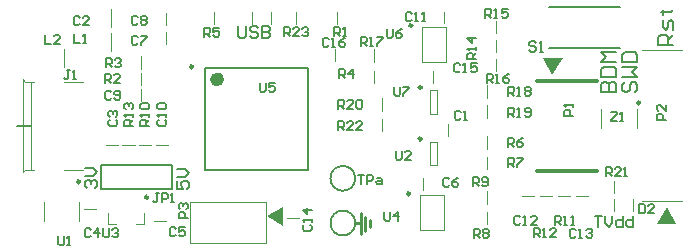
<source format=gto>
G04 Layer_Color=65535*
%FSLAX24Y24*%
%MOIN*%
G70*
G01*
G75*
%ADD26C,0.0098*%
%ADD28C,0.0079*%
%ADD42C,0.0236*%
%ADD43C,0.0080*%
%ADD44C,0.0039*%
%ADD45C,0.0120*%
%ADD46C,0.0100*%
%ADD47C,0.0050*%
%ADD48C,0.0070*%
G36*
X8416Y-3355D02*
X7866Y-3005D01*
X8416Y-2705D01*
Y-3355D01*
D02*
G37*
G36*
X21514Y-3275D02*
X20864D01*
X21214Y-2725D01*
X21514Y-3275D01*
D02*
G37*
G36*
X17369Y1695D02*
X17069Y2245D01*
X17719D01*
X17369Y1695D01*
D02*
G37*
D26*
X3903Y-2390D02*
G03*
X3903Y-2390I-49J0D01*
G01*
X12633Y-2274D02*
G03*
X12633Y-2274I-49J0D01*
G01*
X12703Y3340D02*
G03*
X12703Y3340I-49J0D01*
G01*
X13023Y1273D02*
G03*
X13023Y1273I-49J0D01*
G01*
X13021Y-440D02*
G03*
X13021Y-440I-49J0D01*
G01*
X5394Y1962D02*
G03*
X5394Y1962I-49J0D01*
G01*
X1627Y-1874D02*
G03*
X1627Y-1874I-49J0D01*
G01*
X20303Y759D02*
G03*
X20303Y759I-49J0D01*
G01*
D28*
X5807Y-1493D02*
Y1933D01*
X9233Y-1493D02*
Y1933D01*
X5807D02*
X9233D01*
X5807Y-1493D02*
X9233D01*
X2343Y-2104D02*
Y-1316D01*
X4705Y-1316D01*
X2343Y-2104D02*
X4705D01*
Y-1316D01*
D42*
X6319Y1539D02*
G03*
X6319Y1539I-118J0D01*
G01*
D43*
X10807Y-3250D02*
G03*
X10807Y-3250I-413J0D01*
G01*
X10807Y-1760D02*
G03*
X10807Y-1760I-413J0D01*
G01*
X19797Y1450D02*
X19714Y1366D01*
Y1200D01*
X19797Y1116D01*
X19880D01*
X19964Y1200D01*
Y1366D01*
X20047Y1450D01*
X20130D01*
X20214Y1366D01*
Y1200D01*
X20130Y1116D01*
X19714Y1616D02*
X20214D01*
X20047Y1783D01*
X20214Y1949D01*
X19714D01*
Y2116D02*
X20214D01*
Y2366D01*
X20130Y2449D01*
X19797D01*
X19714Y2366D01*
Y2116D01*
X19004Y1126D02*
X19504D01*
Y1376D01*
X19420Y1460D01*
X19337D01*
X19254Y1376D01*
Y1126D01*
Y1376D01*
X19170Y1460D01*
X19087D01*
X19004Y1376D01*
Y1126D01*
Y1626D02*
X19504D01*
Y1876D01*
X19420Y1959D01*
X19087D01*
X19004Y1876D01*
Y1626D01*
X19504Y2126D02*
X19004D01*
X19170Y2293D01*
X19004Y2459D01*
X19504D01*
X4870Y-1863D02*
Y-2130D01*
X5070D01*
X5003Y-1997D01*
Y-1930D01*
X5070Y-1863D01*
X5203D01*
X5270Y-1930D01*
Y-2063D01*
X5203Y-2130D01*
X4870Y-1730D02*
X5137D01*
X5270Y-1597D01*
X5137Y-1464D01*
X4870D01*
X1860Y-2080D02*
X1794Y-2013D01*
Y-1880D01*
X1860Y-1813D01*
X1927D01*
X1994Y-1880D01*
Y-1947D01*
Y-1880D01*
X2060Y-1813D01*
X2127D01*
X2194Y-1880D01*
Y-2013D01*
X2127Y-2080D01*
X1794Y-1680D02*
X2060D01*
X2194Y-1547D01*
X2060Y-1414D01*
X1794D01*
D44*
X15214Y-2607D02*
Y-2193D01*
X19436Y-2260D02*
Y-1847D01*
X20076Y-2851D02*
Y-2457D01*
X19436Y-2851D02*
Y-2457D01*
X2507Y-650D02*
X2901D01*
X4113Y-3192D02*
X4507D01*
X3754Y-3295D02*
Y-2921D01*
X3489Y-3295D02*
X3754D01*
X2573D02*
X2839D01*
X2573D02*
Y-2921D01*
X8000Y3393D02*
Y3787D01*
X7360Y3393D02*
Y3787D01*
X11710Y493D02*
Y907D01*
Y-187D02*
Y227D01*
X16367Y-2354D02*
X16761D01*
X16957D02*
X17370D01*
X17557D02*
X17970D01*
X15214Y-3280D02*
Y-2867D01*
X12950Y-3484D02*
Y-2314D01*
X13777Y-3484D02*
Y-2314D01*
X12950D02*
X13777D01*
X12950Y-3484D02*
X13777D01*
X13020Y2130D02*
X13847D01*
X13020Y3300D02*
X13847D01*
Y2130D02*
Y3300D01*
X13020Y2130D02*
Y3300D01*
X15494Y1810D02*
Y2223D01*
X18167Y-2354D02*
X18561D01*
X6116Y3383D02*
Y3797D01*
X-4Y-1486D02*
Y1466D01*
X1088D02*
X1720D01*
X-280Y-1565D02*
Y1545D01*
X-201Y1466D02*
X114D01*
X-280Y1545D02*
X-201Y1466D01*
X-280Y-1565D02*
X-201Y-1486D01*
X114D01*
X1088D02*
X1720D01*
X4157Y-650D02*
X4551D01*
X4492Y3353D02*
Y3747D01*
X13064Y-2151D02*
Y-1757D01*
X8527Y-3090D02*
X8921D01*
X4490Y2713D02*
Y3107D01*
X2654Y3285D02*
Y3875D01*
X3654Y1893D02*
Y2307D01*
Y1353D02*
Y1767D01*
X15214Y-770D02*
Y-357D01*
Y-1447D02*
Y-1033D01*
Y930D02*
Y1343D01*
Y263D02*
Y677D01*
X15494Y3073D02*
Y3487D01*
Y2443D02*
Y2857D01*
X13296Y1173D02*
X13532D01*
X13296Y383D02*
X13532D01*
X13296D02*
Y1173D01*
X13532Y383D02*
Y1173D01*
X13530Y-1330D02*
Y-540D01*
X13294Y-1330D02*
Y-540D01*
Y-1330D02*
X13530D01*
X13294Y-540D02*
X13530D01*
X10190Y3373D02*
Y3787D01*
X11446Y1413D02*
Y1827D01*
Y2133D02*
Y2547D01*
X3652Y823D02*
Y1217D01*
X13764Y3403D02*
Y3797D01*
X13912Y-347D02*
Y47D01*
X13414Y1429D02*
Y1823D01*
X20350Y2520D02*
X21690D01*
X20350Y-2530D02*
X21690D01*
X5296Y-2561D02*
X7840D01*
X5296Y-3899D02*
Y-2561D01*
Y-3899D02*
X7840D01*
Y-2561D01*
X2654Y2485D02*
Y3075D01*
X1114Y1965D02*
Y2555D01*
X3597Y-650D02*
X4010D01*
X3047D02*
X3460D01*
X430Y-3195D02*
Y-2565D01*
X1611Y-3195D02*
Y-2565D01*
X19003Y-76D02*
Y553D01*
X20184Y-76D02*
Y553D01*
X10144Y2143D02*
Y2537D01*
X8830Y3383D02*
Y3797D01*
X1773Y-2780D02*
X2167D01*
D45*
X16864Y-1500D02*
X18864D01*
X16864Y1500D02*
X18864D01*
D46*
X11000Y-3624D02*
Y-2924D01*
X10835Y-3259D02*
X11000Y-3259D01*
X11140Y-3524D02*
Y-3034D01*
X11290Y-3384D02*
Y-3164D01*
D47*
X-454Y0D02*
X3D01*
X17278Y3960D02*
X19640D01*
X17278Y2580D02*
X19640D01*
X8440Y2980D02*
Y3280D01*
X8590D01*
X8640Y3230D01*
Y3130D01*
X8590Y3080D01*
X8440D01*
X8540D02*
X8640Y2980D01*
X8940D02*
X8740D01*
X8940Y3180D01*
Y3230D01*
X8890Y3280D01*
X8790D01*
X8740Y3230D01*
X9040D02*
X9090Y3280D01*
X9190D01*
X9240Y3230D01*
Y3180D01*
X9190Y3130D01*
X9140D01*
X9190D01*
X9240Y3080D01*
Y3030D01*
X9190Y2980D01*
X9090D01*
X9040Y3030D01*
X9920Y2870D02*
X9870Y2920D01*
X9770D01*
X9720Y2870D01*
Y2670D01*
X9770Y2620D01*
X9870D01*
X9920Y2670D01*
X10020Y2620D02*
X10120D01*
X10070D01*
Y2920D01*
X10020Y2870D01*
X10470Y2920D02*
X10370Y2870D01*
X10270Y2770D01*
Y2670D01*
X10320Y2620D01*
X10420D01*
X10470Y2670D01*
Y2720D01*
X10420Y2770D01*
X10270D01*
X4257Y-2261D02*
X4157D01*
X4207D01*
Y-2511D01*
X4157Y-2561D01*
X4107D01*
X4057Y-2511D01*
X4357Y-2561D02*
Y-2261D01*
X4507D01*
X4557Y-2311D01*
Y-2411D01*
X4507Y-2461D01*
X4357D01*
X4657Y-2561D02*
X4757D01*
X4707D01*
Y-2261D01*
X4657Y-2311D01*
X19334Y440D02*
X19534D01*
Y390D01*
X19334Y190D01*
Y140D01*
X19534D01*
X19634D02*
X19734D01*
X19684D01*
Y440D01*
X19634Y390D01*
X904Y-3690D02*
Y-3940D01*
X954Y-3990D01*
X1054D01*
X1104Y-3940D01*
Y-3690D01*
X1204Y-3990D02*
X1304D01*
X1254D01*
Y-3690D01*
X1204Y-3740D01*
X3404Y0D02*
X3104D01*
Y150D01*
X3154Y200D01*
X3254D01*
X3304Y150D01*
Y0D01*
Y100D02*
X3404Y200D01*
Y300D02*
Y400D01*
Y350D01*
X3104D01*
X3154Y300D01*
Y550D02*
X3104Y600D01*
Y700D01*
X3154Y750D01*
X3204D01*
X3254Y700D01*
Y650D01*
Y700D01*
X3304Y750D01*
X3354D01*
X3404Y700D01*
Y600D01*
X3354Y550D01*
X3934Y-10D02*
X3634D01*
Y140D01*
X3684Y190D01*
X3784D01*
X3834Y140D01*
Y-10D01*
Y90D02*
X3934Y190D01*
Y290D02*
Y390D01*
Y340D01*
X3634D01*
X3684Y290D01*
Y540D02*
X3634Y590D01*
Y690D01*
X3684Y740D01*
X3884D01*
X3934Y690D01*
Y590D01*
X3884Y540D01*
X3684D01*
X464Y3030D02*
Y2730D01*
X664D01*
X964D02*
X764D01*
X964Y2930D01*
Y2980D01*
X914Y3030D01*
X814D01*
X764Y2980D01*
X1444Y3040D02*
Y2740D01*
X1644D01*
X1744D02*
X1844D01*
X1794D01*
Y3040D01*
X1744Y2990D01*
X5220Y-3090D02*
X4920D01*
Y-2940D01*
X4970Y-2890D01*
X5070D01*
X5120Y-2940D01*
Y-3090D01*
X4970Y-2790D02*
X4920Y-2740D01*
Y-2640D01*
X4970Y-2590D01*
X5020D01*
X5070Y-2640D01*
Y-2690D01*
Y-2640D01*
X5120Y-2590D01*
X5170D01*
X5220Y-2640D01*
Y-2740D01*
X5170Y-2790D01*
X21164Y196D02*
X20864D01*
Y346D01*
X20914Y396D01*
X21014D01*
X21064Y346D01*
Y196D01*
X21164Y696D02*
Y496D01*
X20964Y696D01*
X20914D01*
X20864Y646D01*
Y546D01*
X20914Y496D01*
X14310Y2030D02*
X14260Y2080D01*
X14160D01*
X14110Y2030D01*
Y1830D01*
X14160Y1780D01*
X14260D01*
X14310Y1830D01*
X14410Y1780D02*
X14510D01*
X14460D01*
Y2080D01*
X14410Y2030D01*
X14860Y2080D02*
X14660D01*
Y1930D01*
X14760Y1980D01*
X14810D01*
X14860Y1930D01*
Y1830D01*
X14810Y1780D01*
X14710D01*
X14660Y1830D01*
X14332Y450D02*
X14282Y500D01*
X14182D01*
X14132Y450D01*
Y250D01*
X14182Y200D01*
X14282D01*
X14332Y250D01*
X14432Y200D02*
X14532D01*
X14482D01*
Y500D01*
X14432Y450D01*
X12684Y3720D02*
X12634Y3770D01*
X12534D01*
X12484Y3720D01*
Y3520D01*
X12534Y3470D01*
X12634D01*
X12684Y3520D01*
X12784Y3470D02*
X12884D01*
X12834D01*
Y3770D01*
X12784Y3720D01*
X13034Y3470D02*
X13133D01*
X13084D01*
Y3770D01*
X13034Y3720D01*
X2674Y1110D02*
X2624Y1160D01*
X2524D01*
X2474Y1110D01*
Y910D01*
X2524Y860D01*
X2624D01*
X2674Y910D01*
X2774D02*
X2824Y860D01*
X2924D01*
X2974Y910D01*
Y1110D01*
X2924Y1160D01*
X2824D01*
X2774Y1110D01*
Y1060D01*
X2824Y1010D01*
X2974D01*
X7620Y1420D02*
Y1170D01*
X7670Y1120D01*
X7770D01*
X7820Y1170D01*
Y1420D01*
X8120D02*
X7920D01*
Y1270D01*
X8020Y1320D01*
X8070D01*
X8120Y1270D01*
Y1170D01*
X8070Y1120D01*
X7970D01*
X7920Y1170D01*
X10990Y2660D02*
Y2960D01*
X11140D01*
X11190Y2910D01*
Y2810D01*
X11140Y2760D01*
X10990D01*
X11090D02*
X11190Y2660D01*
X11290D02*
X11390D01*
X11340D01*
Y2960D01*
X11290Y2910D01*
X11540Y2960D02*
X11740D01*
Y2910D01*
X11540Y2710D01*
Y2660D01*
X10280Y1580D02*
Y1880D01*
X10430D01*
X10480Y1830D01*
Y1730D01*
X10430Y1680D01*
X10280D01*
X10380D02*
X10480Y1580D01*
X10730D02*
Y1880D01*
X10580Y1730D01*
X10780D01*
X10103Y2980D02*
Y3280D01*
X10253D01*
X10303Y3230D01*
Y3130D01*
X10253Y3080D01*
X10103D01*
X10203D02*
X10303Y2980D01*
X10403D02*
X10503D01*
X10453D01*
Y3280D01*
X10403Y3230D01*
X12154Y-840D02*
Y-1090D01*
X12204Y-1140D01*
X12304D01*
X12354Y-1090D01*
Y-840D01*
X12654Y-1140D02*
X12454D01*
X12654Y-940D01*
Y-890D01*
X12604Y-840D01*
X12504D01*
X12454Y-890D01*
X12110Y1290D02*
Y1040D01*
X12160Y990D01*
X12260D01*
X12310Y1040D01*
Y1290D01*
X12410D02*
X12610D01*
Y1240D01*
X12410Y1040D01*
Y990D01*
X14840Y2210D02*
X14540D01*
Y2360D01*
X14590Y2410D01*
X14690D01*
X14740Y2360D01*
Y2210D01*
Y2310D02*
X14840Y2410D01*
Y2510D02*
Y2610D01*
Y2560D01*
X14540D01*
X14590Y2510D01*
X14840Y2910D02*
X14540D01*
X14690Y2760D01*
Y2960D01*
X15144Y3600D02*
Y3900D01*
X15294D01*
X15344Y3850D01*
Y3750D01*
X15294Y3700D01*
X15144D01*
X15244D02*
X15344Y3600D01*
X15444D02*
X15544D01*
X15494D01*
Y3900D01*
X15444Y3850D01*
X15893Y3900D02*
X15694D01*
Y3750D01*
X15793Y3800D01*
X15843D01*
X15893Y3750D01*
Y3650D01*
X15843Y3600D01*
X15744D01*
X15694Y3650D01*
X15904Y290D02*
Y590D01*
X16054D01*
X16104Y540D01*
Y440D01*
X16054Y390D01*
X15904D01*
X16004D02*
X16104Y290D01*
X16204D02*
X16304D01*
X16254D01*
Y590D01*
X16204Y540D01*
X16454Y340D02*
X16504Y290D01*
X16603D01*
X16653Y340D01*
Y540D01*
X16603Y590D01*
X16504D01*
X16454Y540D01*
Y490D01*
X16504Y440D01*
X16653D01*
X15905Y996D02*
Y1296D01*
X16055D01*
X16105Y1246D01*
Y1146D01*
X16055Y1096D01*
X15905D01*
X16005D02*
X16105Y996D01*
X16205D02*
X16305D01*
X16255D01*
Y1296D01*
X16205Y1246D01*
X16455D02*
X16505Y1296D01*
X16605D01*
X16655Y1246D01*
Y1196D01*
X16605Y1146D01*
X16655Y1096D01*
Y1046D01*
X16605Y996D01*
X16505D01*
X16455Y1046D01*
Y1096D01*
X16505Y1146D01*
X16455Y1196D01*
Y1246D01*
X16505Y1146D02*
X16605D01*
X15914Y-1370D02*
Y-1070D01*
X16064D01*
X16114Y-1120D01*
Y-1220D01*
X16064Y-1270D01*
X15914D01*
X16014D02*
X16114Y-1370D01*
X16214Y-1070D02*
X16414D01*
Y-1120D01*
X16214Y-1320D01*
Y-1370D01*
X15894Y-700D02*
Y-400D01*
X16044D01*
X16094Y-450D01*
Y-550D01*
X16044Y-600D01*
X15894D01*
X15994D02*
X16094Y-700D01*
X16394Y-400D02*
X16294Y-450D01*
X16194Y-550D01*
Y-650D01*
X16244Y-700D01*
X16344D01*
X16394Y-650D01*
Y-600D01*
X16344Y-550D01*
X16194D01*
X18074Y326D02*
X17774D01*
Y476D01*
X17824Y526D01*
X17924D01*
X17974Y476D01*
Y326D01*
X18074Y626D02*
Y726D01*
Y676D01*
X17774D01*
X17824Y626D01*
X2464Y1430D02*
Y1730D01*
X2614D01*
X2664Y1680D01*
Y1580D01*
X2614Y1530D01*
X2464D01*
X2564D02*
X2664Y1430D01*
X2964D02*
X2764D01*
X2964Y1630D01*
Y1680D01*
X2914Y1730D01*
X2814D01*
X2764Y1680D01*
X2484Y1950D02*
Y2250D01*
X2634D01*
X2684Y2200D01*
Y2100D01*
X2634Y2050D01*
X2484D01*
X2584D02*
X2684Y1950D01*
X2784Y2200D02*
X2834Y2250D01*
X2934D01*
X2984Y2200D01*
Y2150D01*
X2934Y2100D01*
X2884D01*
X2934D01*
X2984Y2050D01*
Y2000D01*
X2934Y1950D01*
X2834D01*
X2784Y2000D01*
X1624Y3600D02*
X1574Y3650D01*
X1474D01*
X1424Y3600D01*
Y3400D01*
X1474Y3350D01*
X1574D01*
X1624Y3400D01*
X1924Y3350D02*
X1724D01*
X1924Y3550D01*
Y3600D01*
X1874Y3650D01*
X1774D01*
X1724Y3600D01*
X3564Y2940D02*
X3514Y2990D01*
X3414D01*
X3364Y2940D01*
Y2740D01*
X3414Y2690D01*
X3514D01*
X3564Y2740D01*
X3664Y2990D02*
X3864D01*
Y2940D01*
X3664Y2740D01*
Y2690D01*
X9100Y-3310D02*
X9050Y-3360D01*
Y-3460D01*
X9100Y-3510D01*
X9300D01*
X9350Y-3460D01*
Y-3360D01*
X9300Y-3310D01*
X9350Y-3210D02*
Y-3110D01*
Y-3160D01*
X9050D01*
X9100Y-3210D01*
X9350Y-2810D02*
X9050D01*
X9200Y-2960D01*
Y-2760D01*
X13944Y-1790D02*
X13894Y-1740D01*
X13794D01*
X13744Y-1790D01*
Y-1990D01*
X13794Y-2040D01*
X13894D01*
X13944Y-1990D01*
X14244Y-1740D02*
X14144Y-1790D01*
X14044Y-1890D01*
Y-1990D01*
X14094Y-2040D01*
X14194D01*
X14244Y-1990D01*
Y-1940D01*
X14194Y-1890D01*
X14044D01*
X3564Y3610D02*
X3514Y3660D01*
X3414D01*
X3364Y3610D01*
Y3410D01*
X3414Y3360D01*
X3514D01*
X3564Y3410D01*
X3664Y3610D02*
X3714Y3660D01*
X3814D01*
X3864Y3610D01*
Y3560D01*
X3814Y3510D01*
X3864Y3460D01*
Y3410D01*
X3814Y3360D01*
X3714D01*
X3664Y3410D01*
Y3460D01*
X3714Y3510D01*
X3664Y3560D01*
Y3610D01*
X3714Y3510D02*
X3814D01*
X4264Y190D02*
X4214Y140D01*
Y40D01*
X4264Y-10D01*
X4464D01*
X4514Y40D01*
Y140D01*
X4464Y190D01*
X4514Y290D02*
Y390D01*
Y340D01*
X4214D01*
X4264Y290D01*
Y540D02*
X4214Y590D01*
Y690D01*
X4264Y740D01*
X4464D01*
X4514Y690D01*
Y590D01*
X4464Y540D01*
X4264D01*
X1284Y1850D02*
X1184D01*
X1234D01*
Y1600D01*
X1184Y1550D01*
X1134D01*
X1084Y1600D01*
X1384Y1550D02*
X1484D01*
X1434D01*
Y1850D01*
X1384Y1800D01*
X5780Y2960D02*
Y3260D01*
X5930D01*
X5980Y3210D01*
Y3110D01*
X5930Y3060D01*
X5780D01*
X5880D02*
X5980Y2960D01*
X6280Y3260D02*
X6080D01*
Y3110D01*
X6180Y3160D01*
X6230D01*
X6280Y3110D01*
Y3010D01*
X6230Y2960D01*
X6130D01*
X6080Y3010D01*
X18150Y-3490D02*
X18100Y-3440D01*
X18000D01*
X17950Y-3490D01*
Y-3690D01*
X18000Y-3740D01*
X18100D01*
X18150Y-3690D01*
X18250Y-3740D02*
X18350D01*
X18300D01*
Y-3440D01*
X18250Y-3490D01*
X18500D02*
X18550Y-3440D01*
X18650D01*
X18700Y-3490D01*
Y-3540D01*
X18650Y-3590D01*
X18600D01*
X18650D01*
X18700Y-3640D01*
Y-3690D01*
X18650Y-3740D01*
X18550D01*
X18500Y-3690D01*
X15190Y1420D02*
Y1720D01*
X15340D01*
X15390Y1670D01*
Y1570D01*
X15340Y1520D01*
X15190D01*
X15290D02*
X15390Y1420D01*
X15490D02*
X15590D01*
X15540D01*
Y1720D01*
X15490Y1670D01*
X15940Y1720D02*
X15840Y1670D01*
X15740Y1570D01*
Y1470D01*
X15790Y1420D01*
X15890D01*
X15940Y1470D01*
Y1520D01*
X15890Y1570D01*
X15740D01*
X11860Y3230D02*
Y2980D01*
X11910Y2930D01*
X12010D01*
X12060Y2980D01*
Y3230D01*
X12360D02*
X12260Y3180D01*
X12160Y3080D01*
Y2980D01*
X12210Y2930D01*
X12310D01*
X12360Y2980D01*
Y3030D01*
X12310Y3080D01*
X12160D01*
X11770Y-2880D02*
Y-3130D01*
X11820Y-3180D01*
X11920D01*
X11970Y-3130D01*
Y-2880D01*
X12220Y-3180D02*
Y-2880D01*
X12070Y-3030D01*
X12270D01*
X14754Y-3740D02*
Y-3440D01*
X14904D01*
X14954Y-3490D01*
Y-3590D01*
X14904Y-3640D01*
X14754D01*
X14854D02*
X14954Y-3740D01*
X15054Y-3490D02*
X15104Y-3440D01*
X15204D01*
X15254Y-3490D01*
Y-3540D01*
X15204Y-3590D01*
X15254Y-3640D01*
Y-3690D01*
X15204Y-3740D01*
X15104D01*
X15054Y-3690D01*
Y-3640D01*
X15104Y-3590D01*
X15054Y-3540D01*
Y-3490D01*
X15104Y-3590D02*
X15204D01*
X17454Y-3300D02*
Y-3000D01*
X17604D01*
X17654Y-3050D01*
Y-3150D01*
X17604Y-3200D01*
X17454D01*
X17554D02*
X17654Y-3300D01*
X17754D02*
X17854D01*
X17804D01*
Y-3000D01*
X17754Y-3050D01*
X18004Y-3300D02*
X18103D01*
X18054D01*
Y-3000D01*
X18004Y-3050D01*
X16754Y-3720D02*
Y-3420D01*
X16904D01*
X16954Y-3470D01*
Y-3570D01*
X16904Y-3620D01*
X16754D01*
X16854D02*
X16954Y-3720D01*
X17054D02*
X17154D01*
X17104D01*
Y-3420D01*
X17054Y-3470D01*
X17503Y-3720D02*
X17304D01*
X17503Y-3520D01*
Y-3470D01*
X17453Y-3420D01*
X17354D01*
X17304Y-3470D01*
X16314Y-3050D02*
X16264Y-3000D01*
X16164D01*
X16114Y-3050D01*
Y-3250D01*
X16164Y-3300D01*
X16264D01*
X16314Y-3250D01*
X16414Y-3300D02*
X16514D01*
X16464D01*
Y-3000D01*
X16414Y-3050D01*
X16863Y-3300D02*
X16664D01*
X16863Y-3100D01*
Y-3050D01*
X16813Y-3000D01*
X16714D01*
X16664Y-3050D01*
X10240Y-160D02*
Y140D01*
X10390D01*
X10440Y90D01*
Y-10D01*
X10390Y-60D01*
X10240D01*
X10340D02*
X10440Y-160D01*
X10740D02*
X10540D01*
X10740Y40D01*
Y90D01*
X10690Y140D01*
X10590D01*
X10540Y90D01*
X11040Y-160D02*
X10840D01*
X11040Y40D01*
Y90D01*
X10990Y140D01*
X10890D01*
X10840Y90D01*
X10244Y560D02*
Y860D01*
X10394D01*
X10444Y810D01*
Y710D01*
X10394Y660D01*
X10244D01*
X10344D02*
X10444Y560D01*
X10744D02*
X10544D01*
X10744Y760D01*
Y810D01*
X10694Y860D01*
X10594D01*
X10544Y810D01*
X10844D02*
X10893Y860D01*
X10993D01*
X11043Y810D01*
Y610D01*
X10993Y560D01*
X10893D01*
X10844Y610D01*
Y810D01*
X2410Y-3430D02*
Y-3680D01*
X2460Y-3730D01*
X2560D01*
X2610Y-3680D01*
Y-3430D01*
X2710Y-3480D02*
X2760Y-3430D01*
X2860D01*
X2910Y-3480D01*
Y-3530D01*
X2860Y-3580D01*
X2810D01*
X2860D01*
X2910Y-3630D01*
Y-3680D01*
X2860Y-3730D01*
X2760D01*
X2710Y-3680D01*
X4820Y-3440D02*
X4770Y-3390D01*
X4670D01*
X4620Y-3440D01*
Y-3640D01*
X4670Y-3690D01*
X4770D01*
X4820Y-3640D01*
X5120Y-3390D02*
X4920D01*
Y-3540D01*
X5020Y-3490D01*
X5070D01*
X5120Y-3540D01*
Y-3640D01*
X5070Y-3690D01*
X4970D01*
X4920Y-3640D01*
X2624Y190D02*
X2574Y140D01*
Y40D01*
X2624Y-10D01*
X2824D01*
X2874Y40D01*
Y140D01*
X2824Y190D01*
X2624Y290D02*
X2574Y340D01*
Y440D01*
X2624Y490D01*
X2674D01*
X2724Y440D01*
Y390D01*
Y440D01*
X2774Y490D01*
X2824D01*
X2874Y440D01*
Y340D01*
X2824Y290D01*
X20270Y-2620D02*
Y-2920D01*
X20420D01*
X20470Y-2870D01*
Y-2670D01*
X20420Y-2620D01*
X20270D01*
X20770Y-2920D02*
X20570D01*
X20770Y-2720D01*
Y-2670D01*
X20720Y-2620D01*
X20620D01*
X20570Y-2670D01*
X19160Y-1690D02*
Y-1390D01*
X19310D01*
X19360Y-1440D01*
Y-1540D01*
X19310Y-1590D01*
X19160D01*
X19260D02*
X19360Y-1690D01*
X19660D02*
X19460D01*
X19660Y-1490D01*
Y-1440D01*
X19610Y-1390D01*
X19510D01*
X19460Y-1440D01*
X19760Y-1690D02*
X19860D01*
X19810D01*
Y-1390D01*
X19760Y-1440D01*
X10890Y-1640D02*
X11090D01*
X10990D01*
Y-1940D01*
X11190D02*
Y-1640D01*
X11340D01*
X11390Y-1690D01*
Y-1790D01*
X11340Y-1840D01*
X11190D01*
X11540Y-1740D02*
X11640D01*
X11690Y-1790D01*
Y-1940D01*
X11540D01*
X11490Y-1890D01*
X11540Y-1840D01*
X11690D01*
X14724Y-2030D02*
Y-1730D01*
X14874D01*
X14924Y-1780D01*
Y-1880D01*
X14874Y-1930D01*
X14724D01*
X14824D02*
X14924Y-2030D01*
X15024Y-1980D02*
X15074Y-2030D01*
X15174D01*
X15224Y-1980D01*
Y-1780D01*
X15174Y-1730D01*
X15074D01*
X15024Y-1780D01*
Y-1830D01*
X15074Y-1880D01*
X15224D01*
X1990Y-3470D02*
X1940Y-3420D01*
X1840D01*
X1790Y-3470D01*
Y-3670D01*
X1840Y-3720D01*
X1940D01*
X1990Y-3670D01*
X2240Y-3720D02*
Y-3420D01*
X2090Y-3570D01*
X2290D01*
X16833Y2752D02*
X16775Y2810D01*
X16658D01*
X16600Y2752D01*
Y2693D01*
X16658Y2635D01*
X16775D01*
X16833Y2577D01*
Y2518D01*
X16775Y2460D01*
X16658D01*
X16600Y2518D01*
X16950Y2460D02*
X17067D01*
X17008D01*
Y2810D01*
X16950Y2752D01*
X18790Y-3020D02*
X19023D01*
X18907D01*
Y-3370D01*
X19140Y-3020D02*
Y-3253D01*
X19257Y-3370D01*
X19373Y-3253D01*
Y-3020D01*
X19723D02*
Y-3370D01*
X19548D01*
X19490Y-3312D01*
Y-3195D01*
X19548Y-3137D01*
X19723D01*
X20073Y-3020D02*
Y-3370D01*
X19898D01*
X19840Y-3312D01*
Y-3195D01*
X19898Y-3137D01*
X20073D01*
X6890Y3310D02*
Y2977D01*
X6957Y2910D01*
X7090D01*
X7157Y2977D01*
Y3310D01*
X7556Y3243D02*
X7490Y3310D01*
X7357D01*
X7290Y3243D01*
Y3177D01*
X7357Y3110D01*
X7490D01*
X7556Y3043D01*
Y2977D01*
X7490Y2910D01*
X7357D01*
X7290Y2977D01*
X7690Y3310D02*
Y2910D01*
X7890D01*
X7956Y2977D01*
Y3043D01*
X7890Y3110D01*
X7690D01*
X7890D01*
X7956Y3177D01*
Y3243D01*
X7890Y3310D01*
X7690D01*
D48*
X21400Y2690D02*
X20900D01*
Y2940D01*
X20983Y3023D01*
X21150D01*
X21233Y2940D01*
Y2690D01*
Y2857D02*
X21400Y3023D01*
Y3190D02*
Y3440D01*
X21317Y3523D01*
X21233Y3440D01*
Y3273D01*
X21150Y3190D01*
X21067Y3273D01*
Y3523D01*
X20983Y3773D02*
X21067D01*
Y3690D01*
Y3856D01*
Y3773D01*
X21317D01*
X21400Y3856D01*
M02*

</source>
